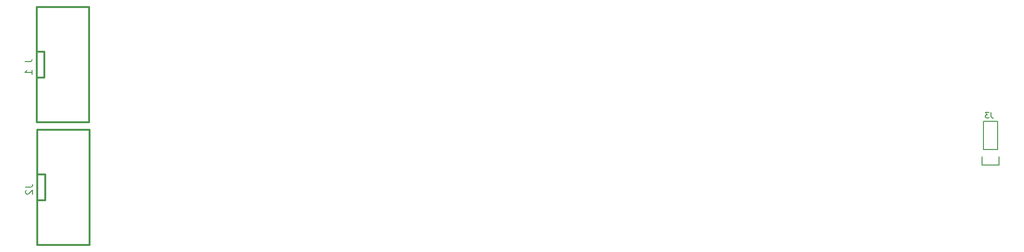
<source format=gbr>
G04 #@! TF.FileFunction,Legend,Bot*
%FSLAX46Y46*%
G04 Gerber Fmt 4.6, Leading zero omitted, Abs format (unit mm)*
G04 Created by KiCad (PCBNEW 4.0.2-stable) date 20/09/2016 17:33:02*
%MOMM*%
G01*
G04 APERTURE LIST*
%ADD10C,0.100000*%
%ADD11C,0.150000*%
%ADD12C,0.304800*%
%ADD13C,0.299720*%
%ADD14C,0.203200*%
G04 APERTURE END LIST*
D10*
D11*
X262763000Y-172466000D02*
X262763000Y-167386000D01*
X262763000Y-167386000D02*
X265303000Y-167386000D01*
X265303000Y-167386000D02*
X265303000Y-172466000D01*
X265583000Y-175286000D02*
X265583000Y-173736000D01*
X265303000Y-172466000D02*
X262763000Y-172466000D01*
X262483000Y-173736000D02*
X262483000Y-175286000D01*
X262483000Y-175286000D02*
X265583000Y-175286000D01*
D12*
X92709000Y-167626000D02*
X92709000Y-146826000D01*
X102109000Y-146826000D02*
X102109000Y-167626000D01*
X102109000Y-167626000D02*
X92709000Y-167626000D01*
X102109000Y-146826000D02*
X92709000Y-146826000D01*
D13*
X92709000Y-154926000D02*
X94109000Y-154926000D01*
X94109000Y-154926000D02*
X94109000Y-159526000D01*
X94109000Y-159526000D02*
X92709000Y-159526000D01*
D12*
X92836000Y-189724000D02*
X92836000Y-168924000D01*
X102236000Y-168924000D02*
X102236000Y-189724000D01*
X102236000Y-189724000D02*
X92836000Y-189724000D01*
X102236000Y-168924000D02*
X92836000Y-168924000D01*
D13*
X92836000Y-177024000D02*
X94236000Y-177024000D01*
X94236000Y-177024000D02*
X94236000Y-181624000D01*
X94236000Y-181624000D02*
X92836000Y-181624000D01*
D11*
X264112333Y-165822381D02*
X264112333Y-166536667D01*
X264159953Y-166679524D01*
X264255191Y-166774762D01*
X264398048Y-166822381D01*
X264493286Y-166822381D01*
X263731381Y-165822381D02*
X263112333Y-165822381D01*
X263445667Y-166203333D01*
X263302809Y-166203333D01*
X263207571Y-166250952D01*
X263159952Y-166298571D01*
X263112333Y-166393810D01*
X263112333Y-166631905D01*
X263159952Y-166727143D01*
X263207571Y-166774762D01*
X263302809Y-166822381D01*
X263588524Y-166822381D01*
X263683762Y-166774762D01*
X263731381Y-166727143D01*
D14*
X90617524Y-156699857D02*
X91524667Y-156699857D01*
X91706095Y-156639381D01*
X91827048Y-156518429D01*
X91887524Y-156337000D01*
X91887524Y-156216048D01*
X91887524Y-158937476D02*
X91887524Y-158211762D01*
X91887524Y-158574619D02*
X90617524Y-158574619D01*
X90798952Y-158453667D01*
X90919905Y-158332714D01*
X90980381Y-158211762D01*
X90744524Y-179281667D02*
X91651667Y-179281667D01*
X91833095Y-179221191D01*
X91954048Y-179100239D01*
X92014524Y-178918810D01*
X92014524Y-178797858D01*
X90865476Y-179825953D02*
X90805000Y-179886429D01*
X90744524Y-180007381D01*
X90744524Y-180309762D01*
X90805000Y-180430715D01*
X90865476Y-180491191D01*
X90986429Y-180551667D01*
X91107381Y-180551667D01*
X91288810Y-180491191D01*
X92014524Y-179765477D01*
X92014524Y-180551667D01*
M02*

</source>
